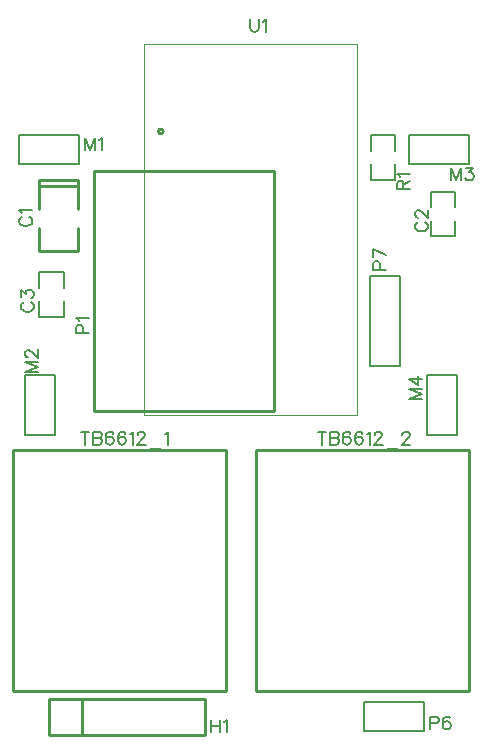
<source format=gto>
G04 ---------------------------- Layer name :TOP SILK LAYER*
G04 EasyEDA v5.6.15, Thu, 02 Aug 2018 18:58:32 GMT*
G04 5b09e127fb854e9390a9dbda6a4debf4*
G04 Gerber Generator version 0.2*
G04 Scale: 100 percent, Rotated: No, Reflected: No *
G04 Dimensions in inches *
G04 leading zeros omitted , absolute positions ,2 integer and 4 decimal *
%FSLAX24Y24*%
%MOIN*%
G90*
G70D02*

%ADD10C,0.010000*%
%ADD22C,0.003937*%
%ADD23C,0.004000*%
%ADD24C,0.008000*%
%ADD25C,0.007870*%
%ADD26C,0.010000*%
%ADD27C,0.007992*%
%ADD28C,0.007000*%

%LPD*%
G54D10*
G01X1150Y17623D02*
G01X1150Y18382D01*
G01X2450Y18382D01*
G01X2450Y18592D01*
G01X1150Y18592D01*
G01X1150Y18382D01*
G01X2450Y16994D02*
G01X2450Y16234D01*
G01X1150Y16234D01*
G01X1150Y16994D01*
G01X2450Y17623D02*
G01X2450Y18382D01*
G01X1500Y1300D02*
G01X6700Y1300D01*
G01X6700Y100D01*
G01X1500Y100D01*
G01X1500Y1300D01*
G01X2600Y1300D02*
G01X2600Y100D01*
G54D22*
G01X4664Y23129D02*
G01X4664Y10766D01*
G54D23*
G01X4664Y10766D02*
G01X11751Y10766D01*
G01X11751Y10766D02*
G01X11751Y23129D01*
G01X4664Y23129D02*
G01X11751Y23129D01*
G54D10*
G01X7400Y1550D02*
G01X300Y1550D01*
G01X300Y9600D01*
G01X7400Y9600D01*
G01X7400Y1550D01*
G01X15500Y1550D02*
G01X8400Y1550D01*
G01X8400Y9600D01*
G01X15500Y9600D01*
G01X15500Y1550D01*
G54D24*
G01X2500Y20100D02*
G01X2500Y19109D01*
G01X500Y19109D01*
G01X500Y20100D01*
G01X2500Y20100D01*
G01X700Y12100D02*
G01X1689Y12100D01*
G01X1689Y10100D01*
G01X700Y10100D01*
G01X700Y12100D01*
G01X15500Y20100D02*
G01X15500Y19109D01*
G01X13500Y19109D01*
G01X13500Y20100D01*
G01X15500Y20100D01*
G01X15100Y10100D02*
G01X14110Y10100D01*
G01X14110Y12100D01*
G01X15100Y12100D01*
G01X15100Y10100D01*
G01X14000Y1200D02*
G01X14000Y209D01*
G01X12000Y209D01*
G01X12000Y1200D01*
G01X14000Y1200D01*
G54D25*
G01X12229Y19104D02*
G01X12229Y18584D01*
G01X13044Y18584D01*
G01X13044Y19104D01*
G01X12229Y19550D02*
G01X12229Y20069D01*
G01X13044Y20069D01*
G01X13044Y19550D01*
G01X15046Y17669D02*
G01X15046Y18189D01*
G01X14231Y18189D01*
G01X14231Y17669D01*
G01X15046Y17223D02*
G01X15046Y16704D01*
G01X14231Y16704D01*
G01X14231Y17223D01*
G01X1168Y14545D02*
G01X1168Y14025D01*
G01X1983Y14025D01*
G01X1983Y14545D01*
G01X1168Y14991D02*
G01X1168Y15510D01*
G01X1983Y15510D01*
G01X1983Y14991D01*
G54D26*
G01X3000Y10900D02*
G01X3000Y10900D01*
G01X9000Y10900D01*
G01X9000Y18900D01*
G01X3000Y18900D01*
G01X3000Y10900D01*
G54D24*
G01X12200Y13150D02*
G01X12200Y12400D01*
G01X13200Y12400D01*
G01X13200Y15400D01*
G01X12200Y15400D01*
G54D27*
G01X12200Y15400D02*
G01X12200Y13150D01*
G54D28*
G01X606Y17357D02*
G01X565Y17336D01*
G01X525Y17294D01*
G01X505Y17255D01*
G01X505Y17173D01*
G01X525Y17132D01*
G01X565Y17090D01*
G01X606Y17069D01*
G01X668Y17050D01*
G01X769Y17050D01*
G01X831Y17069D01*
G01X872Y17090D01*
G01X914Y17132D01*
G01X934Y17173D01*
G01X934Y17255D01*
G01X914Y17294D01*
G01X872Y17336D01*
G01X831Y17357D01*
G01X585Y17492D02*
G01X565Y17532D01*
G01X505Y17594D01*
G01X934Y17594D01*
G01X6900Y600D02*
G01X6900Y171D01*
G01X7185Y600D02*
G01X7185Y171D01*
G01X6900Y396D02*
G01X7185Y396D01*
G01X7321Y519D02*
G01X7361Y538D01*
G01X7423Y600D01*
G01X7423Y171D01*
G01X8200Y23944D02*
G01X8200Y23638D01*
G01X8219Y23577D01*
G01X8260Y23536D01*
G01X8322Y23515D01*
G01X8364Y23515D01*
G01X8425Y23536D01*
G01X8465Y23577D01*
G01X8485Y23638D01*
G01X8485Y23944D01*
G01X8621Y23863D02*
G01X8661Y23884D01*
G01X8723Y23944D01*
G01X8723Y23515D01*
G01X2693Y10194D02*
G01X2693Y9765D01*
G01X2550Y10194D02*
G01X2835Y10194D01*
G01X2971Y10194D02*
G01X2971Y9765D01*
G01X2971Y10194D02*
G01X3155Y10194D01*
G01X3217Y10175D01*
G01X3236Y10155D01*
G01X3257Y10113D01*
G01X3257Y10073D01*
G01X3236Y10032D01*
G01X3217Y10011D01*
G01X3155Y9990D01*
G01X2971Y9990D02*
G01X3155Y9990D01*
G01X3217Y9969D01*
G01X3236Y9950D01*
G01X3257Y9909D01*
G01X3257Y9848D01*
G01X3236Y9807D01*
G01X3217Y9786D01*
G01X3155Y9765D01*
G01X2971Y9765D01*
G01X3638Y10134D02*
G01X3618Y10175D01*
G01X3556Y10194D01*
G01X3514Y10194D01*
G01X3453Y10175D01*
G01X3413Y10113D01*
G01X3393Y10011D01*
G01X3393Y9909D01*
G01X3413Y9826D01*
G01X3453Y9786D01*
G01X3514Y9765D01*
G01X3535Y9765D01*
G01X3597Y9786D01*
G01X3638Y9826D01*
G01X3659Y9888D01*
G01X3659Y9909D01*
G01X3638Y9969D01*
G01X3597Y10011D01*
G01X3535Y10032D01*
G01X3514Y10032D01*
G01X3453Y10011D01*
G01X3413Y9969D01*
G01X3393Y9909D01*
G01X4039Y10134D02*
G01X4018Y10175D01*
G01X3956Y10194D01*
G01X3915Y10194D01*
G01X3855Y10175D01*
G01X3814Y10113D01*
G01X3793Y10011D01*
G01X3793Y9909D01*
G01X3814Y9826D01*
G01X3855Y9786D01*
G01X3915Y9765D01*
G01X3936Y9765D01*
G01X3997Y9786D01*
G01X4039Y9826D01*
G01X4060Y9888D01*
G01X4060Y9909D01*
G01X4039Y9969D01*
G01X3997Y10011D01*
G01X3936Y10032D01*
G01X3915Y10032D01*
G01X3855Y10011D01*
G01X3814Y9969D01*
G01X3793Y9909D01*
G01X4194Y10113D02*
G01X4235Y10134D01*
G01X4297Y10194D01*
G01X4297Y9765D01*
G01X4452Y10092D02*
G01X4452Y10113D01*
G01X4472Y10155D01*
G01X4493Y10175D01*
G01X4534Y10194D01*
G01X4615Y10194D01*
G01X4656Y10175D01*
G01X4677Y10155D01*
G01X4697Y10113D01*
G01X4697Y10073D01*
G01X4677Y10032D01*
G01X4635Y9969D01*
G01X4431Y9765D01*
G01X4718Y9765D01*
G01X4852Y9623D02*
G01X5221Y9623D01*
G01X5356Y10113D02*
G01X5397Y10134D01*
G01X5459Y10194D01*
G01X5459Y9765D01*
G01X10593Y10194D02*
G01X10593Y9765D01*
G01X10450Y10194D02*
G01X10735Y10194D01*
G01X10871Y10194D02*
G01X10871Y9765D01*
G01X10871Y10194D02*
G01X11055Y10194D01*
G01X11117Y10175D01*
G01X11136Y10155D01*
G01X11157Y10113D01*
G01X11157Y10073D01*
G01X11136Y10032D01*
G01X11117Y10011D01*
G01X11055Y9990D01*
G01X10871Y9990D02*
G01X11055Y9990D01*
G01X11117Y9969D01*
G01X11136Y9950D01*
G01X11157Y9909D01*
G01X11157Y9848D01*
G01X11136Y9807D01*
G01X11117Y9786D01*
G01X11055Y9765D01*
G01X10871Y9765D01*
G01X11538Y10134D02*
G01X11518Y10175D01*
G01X11456Y10194D01*
G01X11414Y10194D01*
G01X11353Y10175D01*
G01X11313Y10113D01*
G01X11293Y10011D01*
G01X11293Y9909D01*
G01X11313Y9826D01*
G01X11353Y9786D01*
G01X11414Y9765D01*
G01X11435Y9765D01*
G01X11497Y9786D01*
G01X11538Y9826D01*
G01X11559Y9888D01*
G01X11559Y9909D01*
G01X11538Y9969D01*
G01X11497Y10011D01*
G01X11435Y10032D01*
G01X11414Y10032D01*
G01X11353Y10011D01*
G01X11313Y9969D01*
G01X11293Y9909D01*
G01X11939Y10134D02*
G01X11918Y10175D01*
G01X11856Y10194D01*
G01X11815Y10194D01*
G01X11755Y10175D01*
G01X11714Y10113D01*
G01X11693Y10011D01*
G01X11693Y9909D01*
G01X11714Y9826D01*
G01X11755Y9786D01*
G01X11815Y9765D01*
G01X11836Y9765D01*
G01X11897Y9786D01*
G01X11939Y9826D01*
G01X11960Y9888D01*
G01X11960Y9909D01*
G01X11939Y9969D01*
G01X11897Y10011D01*
G01X11836Y10032D01*
G01X11815Y10032D01*
G01X11755Y10011D01*
G01X11714Y9969D01*
G01X11693Y9909D01*
G01X12094Y10113D02*
G01X12135Y10134D01*
G01X12197Y10194D01*
G01X12197Y9765D01*
G01X12352Y10092D02*
G01X12352Y10113D01*
G01X12372Y10155D01*
G01X12393Y10175D01*
G01X12434Y10194D01*
G01X12515Y10194D01*
G01X12556Y10175D01*
G01X12577Y10155D01*
G01X12597Y10113D01*
G01X12597Y10073D01*
G01X12577Y10032D01*
G01X12535Y9969D01*
G01X12331Y9765D01*
G01X12618Y9765D01*
G01X12752Y9623D02*
G01X13121Y9623D01*
G01X13277Y10092D02*
G01X13277Y10113D01*
G01X13297Y10155D01*
G01X13318Y10175D01*
G01X13359Y10194D01*
G01X13439Y10194D01*
G01X13481Y10175D01*
G01X13502Y10155D01*
G01X13522Y10113D01*
G01X13522Y10073D01*
G01X13502Y10032D01*
G01X13460Y9969D01*
G01X13256Y9765D01*
G01X13543Y9765D01*
G01X2700Y20000D02*
G01X2700Y19571D01*
G01X2700Y20000D02*
G01X2864Y19571D01*
G01X3027Y20000D02*
G01X2864Y19571D01*
G01X3027Y20000D02*
G01X3027Y19571D01*
G01X3161Y19919D02*
G01X3202Y19938D01*
G01X3264Y20000D01*
G01X3264Y19571D01*
G01X700Y12192D02*
G01X1128Y12192D01*
G01X700Y12192D02*
G01X1128Y12355D01*
G01X700Y12519D02*
G01X1128Y12355D01*
G01X700Y12519D02*
G01X1128Y12519D01*
G01X802Y12675D02*
G01X781Y12675D01*
G01X739Y12694D01*
G01X719Y12715D01*
G01X700Y12757D01*
G01X700Y12838D01*
G01X719Y12878D01*
G01X739Y12900D01*
G01X781Y12919D01*
G01X822Y12919D01*
G01X863Y12900D01*
G01X925Y12859D01*
G01X1128Y12653D01*
G01X1128Y12940D01*
G01X14900Y19000D02*
G01X14900Y18571D01*
G01X14900Y19000D02*
G01X15064Y18571D01*
G01X15227Y19000D02*
G01X15064Y18571D01*
G01X15227Y19000D02*
G01X15227Y18571D01*
G01X15402Y19000D02*
G01X15627Y19000D01*
G01X15505Y18836D01*
G01X15567Y18836D01*
G01X15607Y18815D01*
G01X15627Y18796D01*
G01X15648Y18734D01*
G01X15648Y18694D01*
G01X15627Y18632D01*
G01X15586Y18590D01*
G01X15526Y18571D01*
G01X15464Y18571D01*
G01X15402Y18590D01*
G01X15382Y18611D01*
G01X15361Y18653D01*
G01X13500Y11292D02*
G01X13928Y11292D01*
G01X13500Y11292D02*
G01X13928Y11455D01*
G01X13500Y11619D02*
G01X13928Y11455D01*
G01X13500Y11619D02*
G01X13928Y11619D01*
G01X13500Y11959D02*
G01X13785Y11753D01*
G01X13785Y12061D01*
G01X13500Y11959D02*
G01X13928Y11959D01*
G01X14200Y700D02*
G01X14200Y271D01*
G01X14200Y700D02*
G01X14384Y700D01*
G01X14444Y680D01*
G01X14465Y659D01*
G01X14485Y619D01*
G01X14485Y557D01*
G01X14465Y515D01*
G01X14444Y496D01*
G01X14384Y475D01*
G01X14200Y475D01*
G01X14867Y638D02*
G01X14846Y680D01*
G01X14785Y700D01*
G01X14743Y700D01*
G01X14682Y680D01*
G01X14642Y619D01*
G01X14621Y515D01*
G01X14621Y413D01*
G01X14642Y332D01*
G01X14682Y290D01*
G01X14743Y271D01*
G01X14764Y271D01*
G01X14826Y290D01*
G01X14867Y332D01*
G01X14886Y394D01*
G01X14886Y413D01*
G01X14867Y475D01*
G01X14826Y515D01*
G01X14764Y536D01*
G01X14743Y536D01*
G01X14682Y515D01*
G01X14642Y475D01*
G01X14621Y413D01*
G01X13100Y18276D02*
G01X13529Y18276D01*
G01X13100Y18276D02*
G01X13100Y18459D01*
G01X13120Y18521D01*
G01X13140Y18542D01*
G01X13181Y18561D01*
G01X13222Y18561D01*
G01X13263Y18542D01*
G01X13284Y18521D01*
G01X13304Y18459D01*
G01X13304Y18276D01*
G01X13304Y18419D02*
G01X13529Y18561D01*
G01X13181Y18696D02*
G01X13161Y18738D01*
G01X13100Y18800D01*
G01X13529Y18800D01*
G01X13802Y17178D02*
G01X13761Y17157D01*
G01X13720Y17117D01*
G01X13700Y17077D01*
G01X13700Y16994D01*
G01X13720Y16953D01*
G01X13761Y16913D01*
G01X13802Y16892D01*
G01X13863Y16871D01*
G01X13965Y16871D01*
G01X14027Y16892D01*
G01X14068Y16913D01*
G01X14109Y16953D01*
G01X14129Y16994D01*
G01X14129Y17077D01*
G01X14109Y17117D01*
G01X14068Y17157D01*
G01X14027Y17178D01*
G01X13802Y17334D02*
G01X13781Y17334D01*
G01X13740Y17355D01*
G01X13720Y17375D01*
G01X13700Y17415D01*
G01X13700Y17498D01*
G01X13720Y17538D01*
G01X13740Y17559D01*
G01X13781Y17580D01*
G01X13822Y17580D01*
G01X13863Y17559D01*
G01X13925Y17517D01*
G01X14129Y17313D01*
G01X14129Y17600D01*
G01X656Y14507D02*
G01X615Y14486D01*
G01X575Y14444D01*
G01X555Y14405D01*
G01X555Y14323D01*
G01X575Y14282D01*
G01X615Y14240D01*
G01X656Y14219D01*
G01X718Y14200D01*
G01X819Y14200D01*
G01X881Y14219D01*
G01X922Y14240D01*
G01X964Y14282D01*
G01X984Y14323D01*
G01X984Y14405D01*
G01X964Y14444D01*
G01X922Y14486D01*
G01X881Y14507D01*
G01X555Y14682D02*
G01X555Y14907D01*
G01X718Y14784D01*
G01X718Y14846D01*
G01X739Y14886D01*
G01X759Y14907D01*
G01X819Y14928D01*
G01X860Y14928D01*
G01X922Y14907D01*
G01X964Y14867D01*
G01X984Y14805D01*
G01X984Y14744D01*
G01X964Y14682D01*
G01X943Y14661D01*
G01X902Y14642D01*
G01X2400Y13476D02*
G01X2829Y13476D01*
G01X2400Y13476D02*
G01X2400Y13659D01*
G01X2420Y13721D01*
G01X2440Y13742D01*
G01X2481Y13761D01*
G01X2543Y13761D01*
G01X2584Y13742D01*
G01X2604Y13721D01*
G01X2625Y13659D01*
G01X2625Y13476D01*
G01X2481Y13896D02*
G01X2461Y13938D01*
G01X2400Y14000D01*
G01X2829Y14000D01*
G01X12300Y15591D02*
G01X12729Y15591D01*
G01X12300Y15591D02*
G01X12300Y15775D01*
G01X12320Y15836D01*
G01X12340Y15857D01*
G01X12381Y15877D01*
G01X12443Y15877D01*
G01X12484Y15857D01*
G01X12504Y15836D01*
G01X12525Y15775D01*
G01X12525Y15591D01*
G01X12300Y16299D02*
G01X12729Y16094D01*
G01X12300Y16012D02*
G01X12300Y16299D01*
G54D10*
G75*
G01X5301Y20200D02*
G03X5301Y20200I-83J0D01*
G01*
M00*
M02*

</source>
